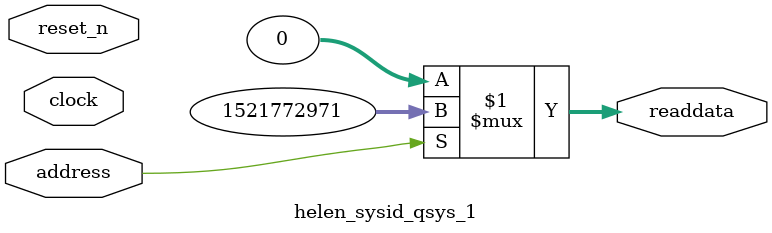
<source format=v>



// synthesis translate_off
`timescale 1ns / 1ps
// synthesis translate_on

// turn off superfluous verilog processor warnings 
// altera message_level Level1 
// altera message_off 10034 10035 10036 10037 10230 10240 10030 

module helen_sysid_qsys_1 (
               // inputs:
                address,
                clock,
                reset_n,

               // outputs:
                readdata
             )
;

  output  [ 31: 0] readdata;
  input            address;
  input            clock;
  input            reset_n;

  wire    [ 31: 0] readdata;
  //control_slave, which is an e_avalon_slave
  assign readdata = address ? 1521772971 : 0;

endmodule



</source>
